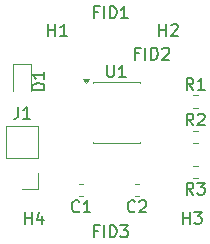
<source format=gbr>
%TF.GenerationSoftware,KiCad,Pcbnew,9.0.5*%
%TF.CreationDate,2025-10-22T12:52:36+02:00*%
%TF.ProjectId,tut_1,7475745f-312e-46b6-9963-61645f706362,rev?*%
%TF.SameCoordinates,Original*%
%TF.FileFunction,Legend,Top*%
%TF.FilePolarity,Positive*%
%FSLAX46Y46*%
G04 Gerber Fmt 4.6, Leading zero omitted, Abs format (unit mm)*
G04 Created by KiCad (PCBNEW 9.0.5) date 2025-10-22 12:52:36*
%MOMM*%
%LPD*%
G01*
G04 APERTURE LIST*
%ADD10C,0.150000*%
%ADD11C,0.120000*%
G04 APERTURE END LIST*
D10*
X132884819Y-85025594D02*
X131884819Y-85025594D01*
X131884819Y-85025594D02*
X131884819Y-84787499D01*
X131884819Y-84787499D02*
X131932438Y-84644642D01*
X131932438Y-84644642D02*
X132027676Y-84549404D01*
X132027676Y-84549404D02*
X132122914Y-84501785D01*
X132122914Y-84501785D02*
X132313390Y-84454166D01*
X132313390Y-84454166D02*
X132456247Y-84454166D01*
X132456247Y-84454166D02*
X132646723Y-84501785D01*
X132646723Y-84501785D02*
X132741961Y-84549404D01*
X132741961Y-84549404D02*
X132837200Y-84644642D01*
X132837200Y-84644642D02*
X132884819Y-84787499D01*
X132884819Y-84787499D02*
X132884819Y-85025594D01*
X132884819Y-83501785D02*
X132884819Y-84073213D01*
X132884819Y-83787499D02*
X131884819Y-83787499D01*
X131884819Y-83787499D02*
X132027676Y-83882737D01*
X132027676Y-83882737D02*
X132122914Y-83977975D01*
X132122914Y-83977975D02*
X132170533Y-84073213D01*
X138200595Y-82929819D02*
X138200595Y-83739342D01*
X138200595Y-83739342D02*
X138248214Y-83834580D01*
X138248214Y-83834580D02*
X138295833Y-83882200D01*
X138295833Y-83882200D02*
X138391071Y-83929819D01*
X138391071Y-83929819D02*
X138581547Y-83929819D01*
X138581547Y-83929819D02*
X138676785Y-83882200D01*
X138676785Y-83882200D02*
X138724404Y-83834580D01*
X138724404Y-83834580D02*
X138772023Y-83739342D01*
X138772023Y-83739342D02*
X138772023Y-82929819D01*
X139772023Y-83929819D02*
X139200595Y-83929819D01*
X139486309Y-83929819D02*
X139486309Y-82929819D01*
X139486309Y-82929819D02*
X139391071Y-83072676D01*
X139391071Y-83072676D02*
X139295833Y-83167914D01*
X139295833Y-83167914D02*
X139200595Y-83215533D01*
X140558333Y-95289580D02*
X140510714Y-95337200D01*
X140510714Y-95337200D02*
X140367857Y-95384819D01*
X140367857Y-95384819D02*
X140272619Y-95384819D01*
X140272619Y-95384819D02*
X140129762Y-95337200D01*
X140129762Y-95337200D02*
X140034524Y-95241961D01*
X140034524Y-95241961D02*
X139986905Y-95146723D01*
X139986905Y-95146723D02*
X139939286Y-94956247D01*
X139939286Y-94956247D02*
X139939286Y-94813390D01*
X139939286Y-94813390D02*
X139986905Y-94622914D01*
X139986905Y-94622914D02*
X140034524Y-94527676D01*
X140034524Y-94527676D02*
X140129762Y-94432438D01*
X140129762Y-94432438D02*
X140272619Y-94384819D01*
X140272619Y-94384819D02*
X140367857Y-94384819D01*
X140367857Y-94384819D02*
X140510714Y-94432438D01*
X140510714Y-94432438D02*
X140558333Y-94480057D01*
X140939286Y-94480057D02*
X140986905Y-94432438D01*
X140986905Y-94432438D02*
X141082143Y-94384819D01*
X141082143Y-94384819D02*
X141320238Y-94384819D01*
X141320238Y-94384819D02*
X141415476Y-94432438D01*
X141415476Y-94432438D02*
X141463095Y-94480057D01*
X141463095Y-94480057D02*
X141510714Y-94575295D01*
X141510714Y-94575295D02*
X141510714Y-94670533D01*
X141510714Y-94670533D02*
X141463095Y-94813390D01*
X141463095Y-94813390D02*
X140891667Y-95384819D01*
X140891667Y-95384819D02*
X141510714Y-95384819D01*
X135833333Y-95289580D02*
X135785714Y-95337200D01*
X135785714Y-95337200D02*
X135642857Y-95384819D01*
X135642857Y-95384819D02*
X135547619Y-95384819D01*
X135547619Y-95384819D02*
X135404762Y-95337200D01*
X135404762Y-95337200D02*
X135309524Y-95241961D01*
X135309524Y-95241961D02*
X135261905Y-95146723D01*
X135261905Y-95146723D02*
X135214286Y-94956247D01*
X135214286Y-94956247D02*
X135214286Y-94813390D01*
X135214286Y-94813390D02*
X135261905Y-94622914D01*
X135261905Y-94622914D02*
X135309524Y-94527676D01*
X135309524Y-94527676D02*
X135404762Y-94432438D01*
X135404762Y-94432438D02*
X135547619Y-94384819D01*
X135547619Y-94384819D02*
X135642857Y-94384819D01*
X135642857Y-94384819D02*
X135785714Y-94432438D01*
X135785714Y-94432438D02*
X135833333Y-94480057D01*
X136785714Y-95384819D02*
X136214286Y-95384819D01*
X136500000Y-95384819D02*
X136500000Y-94384819D01*
X136500000Y-94384819D02*
X136404762Y-94527676D01*
X136404762Y-94527676D02*
X136309524Y-94622914D01*
X136309524Y-94622914D02*
X136214286Y-94670533D01*
X137428571Y-96981009D02*
X137095238Y-96981009D01*
X137095238Y-97504819D02*
X137095238Y-96504819D01*
X137095238Y-96504819D02*
X137571428Y-96504819D01*
X137952381Y-97504819D02*
X137952381Y-96504819D01*
X138428571Y-97504819D02*
X138428571Y-96504819D01*
X138428571Y-96504819D02*
X138666666Y-96504819D01*
X138666666Y-96504819D02*
X138809523Y-96552438D01*
X138809523Y-96552438D02*
X138904761Y-96647676D01*
X138904761Y-96647676D02*
X138952380Y-96742914D01*
X138952380Y-96742914D02*
X138999999Y-96933390D01*
X138999999Y-96933390D02*
X138999999Y-97076247D01*
X138999999Y-97076247D02*
X138952380Y-97266723D01*
X138952380Y-97266723D02*
X138904761Y-97361961D01*
X138904761Y-97361961D02*
X138809523Y-97457200D01*
X138809523Y-97457200D02*
X138666666Y-97504819D01*
X138666666Y-97504819D02*
X138428571Y-97504819D01*
X139333333Y-96504819D02*
X139952380Y-96504819D01*
X139952380Y-96504819D02*
X139619047Y-96885771D01*
X139619047Y-96885771D02*
X139761904Y-96885771D01*
X139761904Y-96885771D02*
X139857142Y-96933390D01*
X139857142Y-96933390D02*
X139904761Y-96981009D01*
X139904761Y-96981009D02*
X139952380Y-97076247D01*
X139952380Y-97076247D02*
X139952380Y-97314342D01*
X139952380Y-97314342D02*
X139904761Y-97409580D01*
X139904761Y-97409580D02*
X139857142Y-97457200D01*
X139857142Y-97457200D02*
X139761904Y-97504819D01*
X139761904Y-97504819D02*
X139476190Y-97504819D01*
X139476190Y-97504819D02*
X139380952Y-97457200D01*
X139380952Y-97457200D02*
X139333333Y-97409580D01*
X140928571Y-81931009D02*
X140595238Y-81931009D01*
X140595238Y-82454819D02*
X140595238Y-81454819D01*
X140595238Y-81454819D02*
X141071428Y-81454819D01*
X141452381Y-82454819D02*
X141452381Y-81454819D01*
X141928571Y-82454819D02*
X141928571Y-81454819D01*
X141928571Y-81454819D02*
X142166666Y-81454819D01*
X142166666Y-81454819D02*
X142309523Y-81502438D01*
X142309523Y-81502438D02*
X142404761Y-81597676D01*
X142404761Y-81597676D02*
X142452380Y-81692914D01*
X142452380Y-81692914D02*
X142499999Y-81883390D01*
X142499999Y-81883390D02*
X142499999Y-82026247D01*
X142499999Y-82026247D02*
X142452380Y-82216723D01*
X142452380Y-82216723D02*
X142404761Y-82311961D01*
X142404761Y-82311961D02*
X142309523Y-82407200D01*
X142309523Y-82407200D02*
X142166666Y-82454819D01*
X142166666Y-82454819D02*
X141928571Y-82454819D01*
X142880952Y-81550057D02*
X142928571Y-81502438D01*
X142928571Y-81502438D02*
X143023809Y-81454819D01*
X143023809Y-81454819D02*
X143261904Y-81454819D01*
X143261904Y-81454819D02*
X143357142Y-81502438D01*
X143357142Y-81502438D02*
X143404761Y-81550057D01*
X143404761Y-81550057D02*
X143452380Y-81645295D01*
X143452380Y-81645295D02*
X143452380Y-81740533D01*
X143452380Y-81740533D02*
X143404761Y-81883390D01*
X143404761Y-81883390D02*
X142833333Y-82454819D01*
X142833333Y-82454819D02*
X143452380Y-82454819D01*
X137428571Y-78431009D02*
X137095238Y-78431009D01*
X137095238Y-78954819D02*
X137095238Y-77954819D01*
X137095238Y-77954819D02*
X137571428Y-77954819D01*
X137952381Y-78954819D02*
X137952381Y-77954819D01*
X138428571Y-78954819D02*
X138428571Y-77954819D01*
X138428571Y-77954819D02*
X138666666Y-77954819D01*
X138666666Y-77954819D02*
X138809523Y-78002438D01*
X138809523Y-78002438D02*
X138904761Y-78097676D01*
X138904761Y-78097676D02*
X138952380Y-78192914D01*
X138952380Y-78192914D02*
X138999999Y-78383390D01*
X138999999Y-78383390D02*
X138999999Y-78526247D01*
X138999999Y-78526247D02*
X138952380Y-78716723D01*
X138952380Y-78716723D02*
X138904761Y-78811961D01*
X138904761Y-78811961D02*
X138809523Y-78907200D01*
X138809523Y-78907200D02*
X138666666Y-78954819D01*
X138666666Y-78954819D02*
X138428571Y-78954819D01*
X139952380Y-78954819D02*
X139380952Y-78954819D01*
X139666666Y-78954819D02*
X139666666Y-77954819D01*
X139666666Y-77954819D02*
X139571428Y-78097676D01*
X139571428Y-78097676D02*
X139476190Y-78192914D01*
X139476190Y-78192914D02*
X139380952Y-78240533D01*
X131238095Y-96404819D02*
X131238095Y-95404819D01*
X131238095Y-95881009D02*
X131809523Y-95881009D01*
X131809523Y-96404819D02*
X131809523Y-95404819D01*
X132714285Y-95738152D02*
X132714285Y-96404819D01*
X132476190Y-95357200D02*
X132238095Y-96071485D01*
X132238095Y-96071485D02*
X132857142Y-96071485D01*
X144638095Y-96354819D02*
X144638095Y-95354819D01*
X144638095Y-95831009D02*
X145209523Y-95831009D01*
X145209523Y-96354819D02*
X145209523Y-95354819D01*
X145590476Y-95354819D02*
X146209523Y-95354819D01*
X146209523Y-95354819D02*
X145876190Y-95735771D01*
X145876190Y-95735771D02*
X146019047Y-95735771D01*
X146019047Y-95735771D02*
X146114285Y-95783390D01*
X146114285Y-95783390D02*
X146161904Y-95831009D01*
X146161904Y-95831009D02*
X146209523Y-95926247D01*
X146209523Y-95926247D02*
X146209523Y-96164342D01*
X146209523Y-96164342D02*
X146161904Y-96259580D01*
X146161904Y-96259580D02*
X146114285Y-96307200D01*
X146114285Y-96307200D02*
X146019047Y-96354819D01*
X146019047Y-96354819D02*
X145733333Y-96354819D01*
X145733333Y-96354819D02*
X145638095Y-96307200D01*
X145638095Y-96307200D02*
X145590476Y-96259580D01*
X142638095Y-80454819D02*
X142638095Y-79454819D01*
X142638095Y-79931009D02*
X143209523Y-79931009D01*
X143209523Y-80454819D02*
X143209523Y-79454819D01*
X143638095Y-79550057D02*
X143685714Y-79502438D01*
X143685714Y-79502438D02*
X143780952Y-79454819D01*
X143780952Y-79454819D02*
X144019047Y-79454819D01*
X144019047Y-79454819D02*
X144114285Y-79502438D01*
X144114285Y-79502438D02*
X144161904Y-79550057D01*
X144161904Y-79550057D02*
X144209523Y-79645295D01*
X144209523Y-79645295D02*
X144209523Y-79740533D01*
X144209523Y-79740533D02*
X144161904Y-79883390D01*
X144161904Y-79883390D02*
X143590476Y-80454819D01*
X143590476Y-80454819D02*
X144209523Y-80454819D01*
X133238095Y-80454819D02*
X133238095Y-79454819D01*
X133238095Y-79931009D02*
X133809523Y-79931009D01*
X133809523Y-80454819D02*
X133809523Y-79454819D01*
X134809523Y-80454819D02*
X134238095Y-80454819D01*
X134523809Y-80454819D02*
X134523809Y-79454819D01*
X134523809Y-79454819D02*
X134428571Y-79597676D01*
X134428571Y-79597676D02*
X134333333Y-79692914D01*
X134333333Y-79692914D02*
X134238095Y-79740533D01*
X145508333Y-93884819D02*
X145175000Y-93408628D01*
X144936905Y-93884819D02*
X144936905Y-92884819D01*
X144936905Y-92884819D02*
X145317857Y-92884819D01*
X145317857Y-92884819D02*
X145413095Y-92932438D01*
X145413095Y-92932438D02*
X145460714Y-92980057D01*
X145460714Y-92980057D02*
X145508333Y-93075295D01*
X145508333Y-93075295D02*
X145508333Y-93218152D01*
X145508333Y-93218152D02*
X145460714Y-93313390D01*
X145460714Y-93313390D02*
X145413095Y-93361009D01*
X145413095Y-93361009D02*
X145317857Y-93408628D01*
X145317857Y-93408628D02*
X144936905Y-93408628D01*
X145841667Y-92884819D02*
X146460714Y-92884819D01*
X146460714Y-92884819D02*
X146127381Y-93265771D01*
X146127381Y-93265771D02*
X146270238Y-93265771D01*
X146270238Y-93265771D02*
X146365476Y-93313390D01*
X146365476Y-93313390D02*
X146413095Y-93361009D01*
X146413095Y-93361009D02*
X146460714Y-93456247D01*
X146460714Y-93456247D02*
X146460714Y-93694342D01*
X146460714Y-93694342D02*
X146413095Y-93789580D01*
X146413095Y-93789580D02*
X146365476Y-93837200D01*
X146365476Y-93837200D02*
X146270238Y-93884819D01*
X146270238Y-93884819D02*
X145984524Y-93884819D01*
X145984524Y-93884819D02*
X145889286Y-93837200D01*
X145889286Y-93837200D02*
X145841667Y-93789580D01*
X145508333Y-88024819D02*
X145175000Y-87548628D01*
X144936905Y-88024819D02*
X144936905Y-87024819D01*
X144936905Y-87024819D02*
X145317857Y-87024819D01*
X145317857Y-87024819D02*
X145413095Y-87072438D01*
X145413095Y-87072438D02*
X145460714Y-87120057D01*
X145460714Y-87120057D02*
X145508333Y-87215295D01*
X145508333Y-87215295D02*
X145508333Y-87358152D01*
X145508333Y-87358152D02*
X145460714Y-87453390D01*
X145460714Y-87453390D02*
X145413095Y-87501009D01*
X145413095Y-87501009D02*
X145317857Y-87548628D01*
X145317857Y-87548628D02*
X144936905Y-87548628D01*
X145889286Y-87120057D02*
X145936905Y-87072438D01*
X145936905Y-87072438D02*
X146032143Y-87024819D01*
X146032143Y-87024819D02*
X146270238Y-87024819D01*
X146270238Y-87024819D02*
X146365476Y-87072438D01*
X146365476Y-87072438D02*
X146413095Y-87120057D01*
X146413095Y-87120057D02*
X146460714Y-87215295D01*
X146460714Y-87215295D02*
X146460714Y-87310533D01*
X146460714Y-87310533D02*
X146413095Y-87453390D01*
X146413095Y-87453390D02*
X145841667Y-88024819D01*
X145841667Y-88024819D02*
X146460714Y-88024819D01*
X145508333Y-85024819D02*
X145175000Y-84548628D01*
X144936905Y-85024819D02*
X144936905Y-84024819D01*
X144936905Y-84024819D02*
X145317857Y-84024819D01*
X145317857Y-84024819D02*
X145413095Y-84072438D01*
X145413095Y-84072438D02*
X145460714Y-84120057D01*
X145460714Y-84120057D02*
X145508333Y-84215295D01*
X145508333Y-84215295D02*
X145508333Y-84358152D01*
X145508333Y-84358152D02*
X145460714Y-84453390D01*
X145460714Y-84453390D02*
X145413095Y-84501009D01*
X145413095Y-84501009D02*
X145317857Y-84548628D01*
X145317857Y-84548628D02*
X144936905Y-84548628D01*
X146460714Y-85024819D02*
X145889286Y-85024819D01*
X146175000Y-85024819D02*
X146175000Y-84024819D01*
X146175000Y-84024819D02*
X146079762Y-84167676D01*
X146079762Y-84167676D02*
X145984524Y-84262914D01*
X145984524Y-84262914D02*
X145889286Y-84310533D01*
X130666666Y-86454819D02*
X130666666Y-87169104D01*
X130666666Y-87169104D02*
X130619047Y-87311961D01*
X130619047Y-87311961D02*
X130523809Y-87407200D01*
X130523809Y-87407200D02*
X130380952Y-87454819D01*
X130380952Y-87454819D02*
X130285714Y-87454819D01*
X131666666Y-87454819D02*
X131095238Y-87454819D01*
X131380952Y-87454819D02*
X131380952Y-86454819D01*
X131380952Y-86454819D02*
X131285714Y-86597676D01*
X131285714Y-86597676D02*
X131190476Y-86692914D01*
X131190476Y-86692914D02*
X131095238Y-86740533D01*
D11*
%TO.C,D1*%
X131735000Y-85087500D02*
X131735000Y-82802500D01*
X130265000Y-82802500D02*
X130265000Y-85087500D01*
X131735000Y-82802500D02*
X130265000Y-82802500D01*
%TO.C,U1*%
X136972500Y-84315000D02*
X140952500Y-84315000D01*
X136972500Y-84415000D02*
X136972500Y-84315000D01*
X136972500Y-89495000D02*
X136972500Y-89395000D01*
X140952500Y-84315000D02*
X140952500Y-84415000D01*
X140952500Y-89395000D02*
X140952500Y-89495000D01*
X140952500Y-89495000D02*
X136972500Y-89495000D01*
X136422500Y-84405000D02*
X136182500Y-84075000D01*
X136662500Y-84075000D01*
X136422500Y-84405000D01*
G36*
X136422500Y-84405000D02*
G01*
X136182500Y-84075000D01*
X136662500Y-84075000D01*
X136422500Y-84405000D01*
G37*
%TO.C,C2*%
X140865580Y-94010000D02*
X140584420Y-94010000D01*
X140865580Y-92990000D02*
X140584420Y-92990000D01*
%TO.C,C1*%
X136140580Y-94010000D02*
X135859420Y-94010000D01*
X136140580Y-92990000D02*
X135859420Y-92990000D01*
%TO.C,R3*%
X145912258Y-92522500D02*
X145437742Y-92522500D01*
X145912258Y-91477500D02*
X145437742Y-91477500D01*
%TO.C,R2*%
X145437742Y-88477500D02*
X145912258Y-88477500D01*
X145437742Y-89522500D02*
X145912258Y-89522500D01*
%TO.C,R1*%
X145437742Y-85477500D02*
X145912258Y-85477500D01*
X145437742Y-86522500D02*
X145912258Y-86522500D01*
%TO.C,J1*%
X132380000Y-93420000D02*
X131000000Y-93420000D01*
X132380000Y-92040000D02*
X132380000Y-93420000D01*
X132380000Y-90770000D02*
X132380000Y-88120000D01*
X132380000Y-90770000D02*
X129620000Y-90770000D01*
X132380000Y-88120000D02*
X129620000Y-88120000D01*
X129620000Y-90770000D02*
X129620000Y-88120000D01*
%TD*%
M02*

</source>
